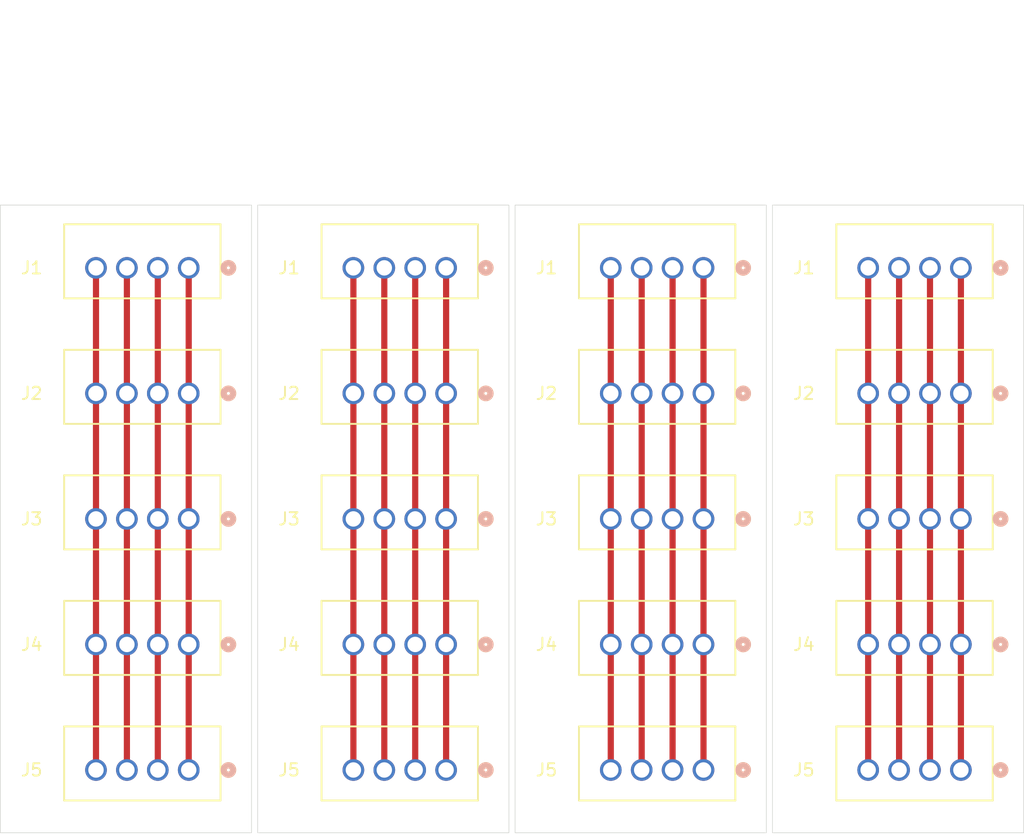
<source format=kicad_pcb>
(kicad_pcb (version 20240108) (generator "pcbnew") (generator_version "8.0")
  (layers (0 "F.Cu" signal) (31 "B.Cu" signal) (34 "B.Paste" user) (35 "F.Paste" user) (36 "B.SilkS" user "B.Silkscreen") (37 "F.SilkS" user "F.Silkscreen") (38 "B.Mask" user) (39 "F.Mask" user) (44 "Edge.Cuts" user))
  (net 0 "")
  (net 1 "+5V")
  (net 2 "Net-(J1-Pad4)")
  (net 3 "Net-(J1-Pad3)")
  (net 4 "GND")
  (footprint "Ivan Hawkes:CONN_B4B-XH-A_JST" (layer "F.Cu") (at 43.06 73.66)
    (property "Reference" "J5" (at -12.7 0 0) (layer "F.SilkS"))
    (property "Value" "B4B-XH-A")
    (fp_circle (center 3.2096 0) (end 3.5906 0) (stroke (width 0.508)) (fill none) (layer "B.SilkS"))
    (fp_line (start -10.0746 -3.527001) (end -10.0746 2.467399) (stroke (width 0.1524)) (layer "F.SilkS"))
    (fp_line (start -10.0746 2.467399) (end 2.5746 2.467399) (stroke (width 0.1524)) (layer "F.SilkS"))
    (fp_line (start 2.5746 -3.527001) (end -10.0746 -3.527001) (stroke (width 0.1524)) (layer "F.SilkS"))
    (fp_line (start 2.5746 2.467399) (end 2.5746 -3.527001) (stroke (width 0.1524)) (layer "F.SilkS"))
    (fp_circle (center 3.2096 0) (end 3.5906 0) (stroke (width 0.508)) (fill none) (layer "F.SilkS"))
    (pad "1" thru_hole circle (at 0 0) (size 1.7526 1.7526) (drill 1.2446) (layers "*.Cu" "*.Mask") (net 4 "GND"))
    (pad "2" thru_hole circle (at -2.5 0) (size 1.7526 1.7526) (drill 1.2446) (layers "*.Cu" "*.Mask") (net 1 "+5V"))
    (pad "3" thru_hole circle (at -5 0) (size 1.7526 1.7526) (drill 1.2446) (layers "*.Cu" "*.Mask") (net 3 "Net-(J1-Pad3)"))
    (pad "4" thru_hole circle (at -7.5 0) (size 1.7526 1.7526) (drill 1.2446) (layers "*.Cu" "*.Mask") (net 2 "Net-(J1-Pad4)"))
  )
  (footprint "Ivan Hawkes:CONN_B4B-XH-A_JST" (layer "F.Cu") (at 63.88 53.34)
    (property "Reference" "J3" (at -12.7 0 0) (layer "F.SilkS"))
    (property "Value" "B4B-XH-A" (hide yes))
    (fp_circle (center 3.2096 0) (end 3.5906 0) (stroke (width 0.508)) (fill none) (layer "B.SilkS"))
    (fp_line (start -10.0746 -3.527001) (end -10.0746 2.467399) (stroke (width 0.1524)) (layer "F.SilkS"))
    (fp_line (start -10.0746 2.467399) (end 2.5746 2.467399) (stroke (width 0.1524)) (layer "F.SilkS"))
    (fp_line (start 2.5746 -3.527001) (end -10.0746 -3.527001) (stroke (width 0.1524)) (layer "F.SilkS"))
    (fp_line (start 2.5746 2.467399) (end 2.5746 -3.527001) (stroke (width 0.1524)) (layer "F.SilkS"))
    (fp_circle (center 3.2096 0) (end 3.5906 0) (stroke (width 0.508)) (fill none) (layer "F.SilkS"))
    (pad "1" thru_hole circle (at 0 0) (size 1.7526 1.7526) (drill 1.2446) (layers "*.Cu" "*.Mask") (net 4 "GND"))
    (pad "2" thru_hole circle (at -2.5 0) (size 1.7526 1.7526) (drill 1.2446) (layers "*.Cu" "*.Mask") (net 1 "+5V"))
    (pad "3" thru_hole circle (at -5 0) (size 1.7526 1.7526) (drill 1.2446) (layers "*.Cu" "*.Mask") (net 3 "Net-(J1-Pad3)"))
    (pad "4" thru_hole circle (at -7.5 0) (size 1.7526 1.7526) (drill 1.2446) (layers "*.Cu" "*.Mask") (net 2 "Net-(J1-Pad4)"))
  )
  (footprint "Ivan Hawkes:CONN_B4B-XH-A_JST" (layer "F.Cu") (at 84.7 53.34)
    (property "Reference" "J3" (at -12.7 0 0) (layer "F.SilkS"))
    (property "Value" "B4B-XH-A" (hide yes))
    (fp_circle (center 3.2096 0) (end 3.5906 0) (stroke (width 0.508)) (fill none) (layer "B.SilkS"))
    (fp_line (start -10.0746 -3.527001) (end -10.0746 2.467399) (stroke (width 0.1524)) (layer "F.SilkS"))
    (fp_line (start -10.0746 2.467399) (end 2.5746 2.467399) (stroke (width 0.1524)) (layer "F.SilkS"))
    (fp_line (start 2.5746 -3.527001) (end -10.0746 -3.527001) (stroke (width 0.1524)) (layer "F.SilkS"))
    (fp_line (start 2.5746 2.467399) (end 2.5746 -3.527001) (stroke (width 0.1524)) (layer "F.SilkS"))
    (fp_circle (center 3.2096 0) (end 3.5906 0) (stroke (width 0.508)) (fill none) (layer "F.SilkS"))
    (pad "1" thru_hole circle (at 0 0) (size 1.7526 1.7526) (drill 1.2446) (layers "*.Cu" "*.Mask") (net 4 "GND"))
    (pad "2" thru_hole circle (at -2.5 0) (size 1.7526 1.7526) (drill 1.2446) (layers "*.Cu" "*.Mask") (net 1 "+5V"))
    (pad "3" thru_hole circle (at -5 0) (size 1.7526 1.7526) (drill 1.2446) (layers "*.Cu" "*.Mask") (net 3 "Net-(J1-Pad3)"))
    (pad "4" thru_hole circle (at -7.5 0) (size 1.7526 1.7526) (drill 1.2446) (layers "*.Cu" "*.Mask") (net 2 "Net-(J1-Pad4)"))
  )
  (footprint "Ivan Hawkes:CONN_B4B-XH-A_JST" (layer "F.Cu") (at 63.88 73.66)
    (property "Reference" "J5" (at -12.7 0 0) (layer "F.SilkS"))
    (property "Value" "B4B-XH-A")
    (fp_circle (center 3.2096 0) (end 3.5906 0) (stroke (width 0.508)) (fill none) (layer "B.SilkS"))
    (fp_line (start -10.0746 -3.527001) (end -10.0746 2.467399) (stroke (width 0.1524)) (layer "F.SilkS"))
    (fp_line (start -10.0746 2.467399) (end 2.5746 2.467399) (stroke (width 0.1524)) (layer "F.SilkS"))
    (fp_line (start 2.5746 -3.527001) (end -10.0746 -3.527001) (stroke (width 0.1524)) (layer "F.SilkS"))
    (fp_line (start 2.5746 2.467399) (end 2.5746 -3.527001) (stroke (width 0.1524)) (layer "F.SilkS"))
    (fp_circle (center 3.2096 0) (end 3.5906 0) (stroke (width 0.508)) (fill none) (layer "F.SilkS"))
    (pad "1" thru_hole circle (at 0 0) (size 1.7526 1.7526) (drill 1.2446) (layers "*.Cu" "*.Mask") (net 4 "GND"))
    (pad "2" thru_hole circle (at -2.5 0) (size 1.7526 1.7526) (drill 1.2446) (layers "*.Cu" "*.Mask") (net 1 "+5V"))
    (pad "3" thru_hole circle (at -5 0) (size 1.7526 1.7526) (drill 1.2446) (layers "*.Cu" "*.Mask") (net 3 "Net-(J1-Pad3)"))
    (pad "4" thru_hole circle (at -7.5 0) (size 1.7526 1.7526) (drill 1.2446) (layers "*.Cu" "*.Mask") (net 2 "Net-(J1-Pad4)"))
  )
  (footprint "Ivan Hawkes:CONN_B4B-XH-A_JST" (layer "F.Cu") (at 84.7 73.66)
    (property "Reference" "J5" (at -12.7 0 0) (layer "F.SilkS"))
    (property "Value" "B4B-XH-A")
    (fp_circle (center 3.2096 0) (end 3.5906 0) (stroke (width 0.508)) (fill none) (layer "B.SilkS"))
    (fp_line (start -10.0746 -3.527001) (end -10.0746 2.467399) (stroke (width 0.1524)) (layer "F.SilkS"))
    (fp_line (start -10.0746 2.467399) (end 2.5746 2.467399) (stroke (width 0.1524)) (layer "F.SilkS"))
    (fp_line (start 2.5746 -3.527001) (end -10.0746 -3.527001) (stroke (width 0.1524)) (layer "F.SilkS"))
    (fp_line (start 2.5746 2.467399) (end 2.5746 -3.527001) (stroke (width 0.1524)) (layer "F.SilkS"))
    (fp_circle (center 3.2096 0) (end 3.5906 0) (stroke (width 0.508)) (fill none) (layer "F.SilkS"))
    (pad "1" thru_hole circle (at 0 0) (size 1.7526 1.7526) (drill 1.2446) (layers "*.Cu" "*.Mask") (net 4 "GND"))
    (pad "2" thru_hole circle (at -2.5 0) (size 1.7526 1.7526) (drill 1.2446) (layers "*.Cu" "*.Mask") (net 1 "+5V"))
    (pad "3" thru_hole circle (at -5 0) (size 1.7526 1.7526) (drill 1.2446) (layers "*.Cu" "*.Mask") (net 3 "Net-(J1-Pad3)"))
    (pad "4" thru_hole circle (at -7.5 0) (size 1.7526 1.7526) (drill 1.2446) (layers "*.Cu" "*.Mask") (net 2 "Net-(J1-Pad4)"))
  )
  (footprint "Ivan Hawkes:CONN_B4B-XH-A_JST" (layer "F.Cu") (at 105.52 33.02)
    (property "Reference" "J1" (at -12.7 0 0) (layer "F.SilkS"))
    (property "Value" "B4B-XH-A")
    (fp_circle (center 3.2096 0) (end 3.5906 0) (stroke (width 0.508)) (fill none) (layer "B.SilkS"))
    (fp_line (start -10.0746 -3.527001) (end -10.0746 2.467399) (stroke (width 0.1524)) (layer "F.SilkS"))
    (fp_line (start -10.0746 2.467399) (end 2.5746 2.467399) (stroke (width 0.1524)) (layer "F.SilkS"))
    (fp_line (start 2.5746 -3.527001) (end -10.0746 -3.527001) (stroke (width 0.1524)) (layer "F.SilkS"))
    (fp_line (start 2.5746 2.467399) (end 2.5746 -3.527001) (stroke (width 0.1524)) (layer "F.SilkS"))
    (fp_circle (center 3.2096 0) (end 3.5906 0) (stroke (width 0.508)) (fill none) (layer "F.SilkS"))
    (pad "1" thru_hole circle (at 0 0) (size 1.7526 1.7526) (drill 1.2446) (layers "*.Cu" "*.Mask") (net 4 "GND"))
    (pad "2" thru_hole circle (at -2.5 0) (size 1.7526 1.7526) (drill 1.2446) (layers "*.Cu" "*.Mask") (net 1 "+5V"))
    (pad "3" thru_hole circle (at -5 0) (size 1.7526 1.7526) (drill 1.2446) (layers "*.Cu" "*.Mask") (net 3 "Net-(J1-Pad3)"))
    (pad "4" thru_hole circle (at -7.5 0) (size 1.7526 1.7526) (drill 1.2446) (layers "*.Cu" "*.Mask") (net 2 "Net-(J1-Pad4)"))
  )
  (footprint "Ivan Hawkes:CONN_B4B-XH-A_JST" (layer "F.Cu") (at 84.7 63.5)
    (property "Reference" "J4" (at -12.7 0 0) (layer "F.SilkS"))
    (property "Value" "B4B-XH-A" (hide yes))
    (fp_circle (center 3.2096 0) (end 3.5906 0) (stroke (width 0.508)) (fill none) (layer "B.SilkS"))
    (fp_line (start -10.0746 -3.527001) (end -10.0746 2.467399) (stroke (width 0.1524)) (layer "F.SilkS"))
    (fp_line (start -10.0746 2.467399) (end 2.5746 2.467399) (stroke (width 0.1524)) (layer "F.SilkS"))
    (fp_line (start 2.5746 -3.527001) (end -10.0746 -3.527001) (stroke (width 0.1524)) (layer "F.SilkS"))
    (fp_line (start 2.5746 2.467399) (end 2.5746 -3.527001) (stroke (width 0.1524)) (layer "F.SilkS"))
    (fp_circle (center 3.2096 0) (end 3.5906 0) (stroke (width 0.508)) (fill none) (layer "F.SilkS"))
    (pad "1" thru_hole circle (at 0 0) (size 1.7526 1.7526) (drill 1.2446) (layers "*.Cu" "*.Mask") (net 4 "GND"))
    (pad "2" thru_hole circle (at -2.5 0) (size 1.7526 1.7526) (drill 1.2446) (layers "*.Cu" "*.Mask") (net 1 "+5V"))
    (pad "3" thru_hole circle (at -5 0) (size 1.7526 1.7526) (drill 1.2446) (layers "*.Cu" "*.Mask") (net 3 "Net-(J1-Pad3)"))
    (pad "4" thru_hole circle (at -7.5 0) (size 1.7526 1.7526) (drill 1.2446) (layers "*.Cu" "*.Mask") (net 2 "Net-(J1-Pad4)"))
  )
  (footprint "Ivan Hawkes:CONN_B4B-XH-A_JST" (layer "F.Cu") (at 63.88 33.02)
    (property "Reference" "J1" (at -12.7 0 0) (layer "F.SilkS"))
    (property "Value" "B4B-XH-A")
    (fp_circle (center 3.2096 0) (end 3.5906 0) (stroke (width 0.508)) (fill none) (layer "B.SilkS"))
    (fp_line (start -10.0746 -3.527001) (end -10.0746 2.467399) (stroke (width 0.1524)) (layer "F.SilkS"))
    (fp_line (start -10.0746 2.467399) (end 2.5746 2.467399) (stroke (width 0.1524)) (layer "F.SilkS"))
    (fp_line (start 2.5746 -3.527001) (end -10.0746 -3.527001) (stroke (width 0.1524)) (layer "F.SilkS"))
    (fp_line (start 2.5746 2.467399) (end 2.5746 -3.527001) (stroke (width 0.1524)) (layer "F.SilkS"))
    (fp_circle (center 3.2096 0) (end 3.5906 0) (stroke (width 0.508)) (fill none) (layer "F.SilkS"))
    (pad "1" thru_hole circle (at 0 0) (size 1.7526 1.7526) (drill 1.2446) (layers "*.Cu" "*.Mask") (net 4 "GND"))
    (pad "2" thru_hole circle (at -2.5 0) (size 1.7526 1.7526) (drill 1.2446) (layers "*.Cu" "*.Mask") (net 1 "+5V"))
    (pad "3" thru_hole circle (at -5 0) (size 1.7526 1.7526) (drill 1.2446) (layers "*.Cu" "*.Mask") (net 3 "Net-(J1-Pad3)"))
    (pad "4" thru_hole circle (at -7.5 0) (size 1.7526 1.7526) (drill 1.2446) (layers "*.Cu" "*.Mask") (net 2 "Net-(J1-Pad4)"))
  )
  (footprint "Ivan Hawkes:CONN_B4B-XH-A_JST" (layer "F.Cu") (at 105.52 73.66)
    (property "Reference" "J5" (at -12.7 0 0) (layer "F.SilkS"))
    (property "Value" "B4B-XH-A")
    (fp_circle (center 3.2096 0) (end 3.5906 0) (stroke (width 0.508)) (fill none) (layer "B.SilkS"))
    (fp_line (start -10.0746 -3.527001) (end -10.0746 2.467399) (stroke (width 0.1524)) (layer "F.SilkS"))
    (fp_line (start -10.0746 2.467399) (end 2.5746 2.467399) (stroke (width 0.1524)) (layer "F.SilkS"))
    (fp_line (start 2.5746 -3.527001) (end -10.0746 -3.527001) (stroke (width 0.1524)) (layer "F.SilkS"))
    (fp_line (start 2.5746 2.467399) (end 2.5746 -3.527001) (stroke (width 0.1524)) (layer "F.SilkS"))
    (fp_circle (center 3.2096 0) (end 3.5906 0) (stroke (width 0.508)) (fill none) (layer "F.SilkS"))
    (pad "1" thru_hole circle (at 0 0) (size 1.7526 1.7526) (drill 1.2446) (layers "*.Cu" "*.Mask") (net 4 "GND"))
    (pad "2" thru_hole circle (at -2.5 0) (size 1.7526 1.7526) (drill 1.2446) (layers "*.Cu" "*.Mask") (net 1 "+5V"))
    (pad "3" thru_hole circle (at -5 0) (size 1.7526 1.7526) (drill 1.2446) (layers "*.Cu" "*.Mask") (net 3 "Net-(J1-Pad3)"))
    (pad "4" thru_hole circle (at -7.5 0) (size 1.7526 1.7526) (drill 1.2446) (layers "*.Cu" "*.Mask") (net 2 "Net-(J1-Pad4)"))
  )
  (footprint "Ivan Hawkes:CONN_B4B-XH-A_JST" (layer "F.Cu") (at 43.06 43.18)
    (property "Reference" "J2" (at -12.7 0 0) (layer "F.SilkS"))
    (property "Value" "B4B-XH-A")
    (fp_circle (center 3.2096 0) (end 3.5906 0) (stroke (width 0.508)) (fill none) (layer "B.SilkS"))
    (fp_line (start -10.0746 -3.527001) (end -10.0746 2.467399) (stroke (width 0.1524)) (layer "F.SilkS"))
    (fp_line (start -10.0746 2.467399) (end 2.5746 2.467399) (stroke (width 0.1524)) (layer "F.SilkS"))
    (fp_line (start 2.5746 -3.527001) (end -10.0746 -3.527001) (stroke (width 0.1524)) (layer "F.SilkS"))
    (fp_line (start 2.5746 2.467399) (end 2.5746 -3.527001) (stroke (width 0.1524)) (layer "F.SilkS"))
    (fp_circle (center 3.2096 0) (end 3.5906 0) (stroke (width 0.508)) (fill none) (layer "F.SilkS"))
    (pad "1" thru_hole circle (at 0 0) (size 1.7526 1.7526) (drill 1.2446) (layers "*.Cu" "*.Mask") (net 4 "GND"))
    (pad "2" thru_hole circle (at -2.5 0) (size 1.7526 1.7526) (drill 1.2446) (layers "*.Cu" "*.Mask") (net 1 "+5V"))
    (pad "3" thru_hole circle (at -5 0) (size 1.7526 1.7526) (drill 1.2446) (layers "*.Cu" "*.Mask") (net 3 "Net-(J1-Pad3)"))
    (pad "4" thru_hole circle (at -7.5 0) (size 1.7526 1.7526) (drill 1.2446) (layers "*.Cu" "*.Mask") (net 2 "Net-(J1-Pad4)"))
  )
  (footprint "Ivan Hawkes:CONN_B4B-XH-A_JST" (layer "F.Cu") (at 43.06 33.02)
    (property "Reference" "J1" (at -12.7 0 0) (layer "F.SilkS"))
    (property "Value" "B4B-XH-A")
    (fp_circle (center 3.2096 0) (end 3.5906 0) (stroke (width 0.508)) (fill none) (layer "B.SilkS"))
    (fp_line (start -10.0746 -3.527001) (end -10.0746 2.467399) (stroke (width 0.1524)) (layer "F.SilkS"))
    (fp_line (start -10.0746 2.467399) (end 2.5746 2.467399) (stroke (width 0.1524)) (layer "F.SilkS"))
    (fp_line (start 2.5746 -3.527001) (end -10.0746 -3.527001) (stroke (width 0.1524)) (layer "F.SilkS"))
    (fp_line (start 2.5746 2.467399) (end 2.5746 -3.527001) (stroke (width 0.1524)) (layer "F.SilkS"))
    (fp_circle (center 3.2096 0) (end 3.5906 0) (stroke (width 0.508)) (fill none) (layer "F.SilkS"))
    (pad "1" thru_hole circle (at 0 0) (size 1.7526 1.7526) (drill 1.2446) (layers "*.Cu" "*.Mask") (net 4 "GND"))
    (pad "2" thru_hole circle (at -2.5 0) (size 1.7526 1.7526) (drill 1.2446) (layers "*.Cu" "*.Mask") (net 1 "+5V"))
    (pad "3" thru_hole circle (at -5 0) (size 1.7526 1.7526) (drill 1.2446) (layers "*.Cu" "*.Mask") (net 3 "Net-(J1-Pad3)"))
    (pad "4" thru_hole circle (at -7.5 0) (size 1.7526 1.7526) (drill 1.2446) (layers "*.Cu" "*.Mask") (net 2 "Net-(J1-Pad4)"))
  )
  (footprint "Ivan Hawkes:CONN_B4B-XH-A_JST" (layer "F.Cu") (at 84.7 33.02)
    (property "Reference" "J1" (at -12.7 0 0) (layer "F.SilkS"))
    (property "Value" "B4B-XH-A")
    (fp_circle (center 3.2096 0) (end 3.5906 0) (stroke (width 0.508)) (fill none) (layer "B.SilkS"))
    (fp_line (start -10.0746 -3.527001) (end -10.0746 2.467399) (stroke (width 0.1524)) (layer "F.SilkS"))
    (fp_line (start -10.0746 2.467399) (end 2.5746 2.467399) (stroke (width 0.1524)) (layer "F.SilkS"))
    (fp_line (start 2.5746 -3.527001) (end -10.0746 -3.527001) (stroke (width 0.1524)) (layer "F.SilkS"))
    (fp_line (start 2.5746 2.467399) (end 2.5746 -3.527001) (stroke (width 0.1524)) (layer "F.SilkS"))
    (fp_circle (center 3.2096 0) (end 3.5906 0) (stroke (width 0.508)) (fill none) (layer "F.SilkS"))
    (pad "1" thru_hole circle (at 0 0) (size 1.7526 1.7526) (drill 1.2446) (layers "*.Cu" "*.Mask") (net 4 "GND"))
    (pad "2" thru_hole circle (at -2.5 0) (size 1.7526 1.7526) (drill 1.2446) (layers "*.Cu" "*.Mask") (net 1 "+5V"))
    (pad "3" thru_hole circle (at -5 0) (size 1.7526 1.7526) (drill 1.2446) (layers "*.Cu" "*.Mask") (net 3 "Net-(J1-Pad3)"))
    (pad "4" thru_hole circle (at -7.5 0) (size 1.7526 1.7526) (drill 1.2446) (layers "*.Cu" "*.Mask") (net 2 "Net-(J1-Pad4)"))
  )
  (footprint "Ivan Hawkes:CONN_B4B-XH-A_JST" (layer "F.Cu") (at 43.06 53.34)
    (property "Reference" "J3" (at -12.7 0 0) (layer "F.SilkS"))
    (property "Value" "B4B-XH-A" (hide yes))
    (fp_circle (center 3.2096 0) (end 3.5906 0) (stroke (width 0.508)) (fill none) (layer "B.SilkS"))
    (fp_line (start -10.0746 -3.527001) (end -10.0746 2.467399) (stroke (width 0.1524)) (layer "F.SilkS"))
    (fp_line (start -10.0746 2.467399) (end 2.5746 2.467399) (stroke (width 0.1524)) (layer "F.SilkS"))
    (fp_line (start 2.5746 -3.527001) (end -10.0746 -3.527001) (stroke (width 0.1524)) (layer "F.SilkS"))
    (fp_line (start 2.5746 2.467399) (end 2.5746 -3.527001) (stroke (width 0.1524)) (layer "F.SilkS"))
    (fp_circle (center 3.2096 0) (end 3.5906 0) (stroke (width 0.508)) (fill none) (layer "F.SilkS"))
    (pad "1" thru_hole circle (at 0 0) (size 1.7526 1.7526) (drill 1.2446) (layers "*.Cu" "*.Mask") (net 4 "GND"))
    (pad "2" thru_hole circle (at -2.5 0) (size 1.7526 1.7526) (drill 1.2446) (layers "*.Cu" "*.Mask") (net 1 "+5V"))
    (pad "3" thru_hole circle (at -5 0) (size 1.7526 1.7526) (drill 1.2446) (layers "*.Cu" "*.Mask") (net 3 "Net-(J1-Pad3)"))
    (pad "4" thru_hole circle (at -7.5 0) (size 1.7526 1.7526) (drill 1.2446) (layers "*.Cu" "*.Mask") (net 2 "Net-(J1-Pad4)"))
  )
  (footprint "Ivan Hawkes:CONN_B4B-XH-A_JST" (layer "F.Cu") (at 105.52 43.18)
    (property "Reference" "J2" (at -12.7 0 0) (layer "F.SilkS"))
    (property "Value" "B4B-XH-A")
    (fp_circle (center 3.2096 0) (end 3.5906 0) (stroke (width 0.508)) (fill none) (layer "B.SilkS"))
    (fp_line (start -10.0746 -3.527001) (end -10.0746 2.467399) (stroke (width 0.1524)) (layer "F.SilkS"))
    (fp_line (start -10.0746 2.467399) (end 2.5746 2.467399) (stroke (width 0.1524)) (layer "F.SilkS"))
    (fp_line (start 2.5746 -3.527001) (end -10.0746 -3.527001) (stroke (width 0.1524)) (layer "F.SilkS"))
    (fp_line (start 2.5746 2.467399) (end 2.5746 -3.527001) (stroke (width 0.1524)) (layer "F.SilkS"))
    (fp_circle (center 3.2096 0) (end 3.5906 0) (stroke (width 0.508)) (fill none) (layer "F.SilkS"))
    (pad "1" thru_hole circle (at 0 0) (size 1.7526 1.7526) (drill 1.2446) (layers "*.Cu" "*.Mask") (net 4 "GND"))
    (pad "2" thru_hole circle (at -2.5 0) (size 1.7526 1.7526) (drill 1.2446) (layers "*.Cu" "*.Mask") (net 1 "+5V"))
    (pad "3" thru_hole circle (at -5 0) (size 1.7526 1.7526) (drill 1.2446) (layers "*.Cu" "*.Mask") (net 3 "Net-(J1-Pad3)"))
    (pad "4" thru_hole circle (at -7.5 0) (size 1.7526 1.7526) (drill 1.2446) (layers "*.Cu" "*.Mask") (net 2 "Net-(J1-Pad4)"))
  )
  (footprint "Ivan Hawkes:CONN_B4B-XH-A_JST" (layer "F.Cu") (at 43.06 63.5)
    (property "Reference" "J4" (at -12.7 0 0) (layer "F.SilkS"))
    (property "Value" "B4B-XH-A" (hide yes))
    (fp_circle (center 3.2096 0) (end 3.5906 0) (stroke (width 0.508)) (fill none) (layer "B.SilkS"))
    (fp_line (start -10.0746 -3.527001) (end -10.0746 2.467399) (stroke (width 0.1524)) (layer "F.SilkS"))
    (fp_line (start -10.0746 2.467399) (end 2.5746 2.467399) (stroke (width 0.1524)) (layer "F.SilkS"))
    (fp_line (start 2.5746 -3.527001) (end -10.0746 -3.527001) (stroke (width 0.1524)) (layer "F.SilkS"))
    (fp_line (start 2.5746 2.467399) (end 2.5746 -3.527001) (stroke (width 0.1524)) (layer "F.SilkS"))
    (fp_circle (center 3.2096 0) (end 3.5906 0) (stroke (width 0.508)) (fill none) (layer "F.SilkS"))
    (pad "1" thru_hole circle (at 0 0) (size 1.7526 1.7526) (drill 1.2446) (layers "*.Cu" "*.Mask") (net 4 "GND"))
    (pad "2" thru_hole circle (at -2.5 0) (size 1.7526 1.7526) (drill 1.2446) (layers "*.Cu" "*.Mask") (net 1 "+5V"))
    (pad "3" thru_hole circle (at -5 0) (size 1.7526 1.7526) (drill 1.2446) (layers "*.Cu" "*.Mask") (net 3 "Net-(J1-Pad3)"))
    (pad "4" thru_hole circle (at -7.5 0) (size 1.7526 1.7526) (drill 1.2446) (layers "*.Cu" "*.Mask") (net 2 "Net-(J1-Pad4)"))
  )
  (footprint "Ivan Hawkes:CONN_B4B-XH-A_JST" (layer "F.Cu") (at 63.88 43.18)
    (property "Reference" "J2" (at -12.7 0 0) (layer "F.SilkS"))
    (property "Value" "B4B-XH-A")
    (fp_circle (center 3.2096 0) (end 3.5906 0) (stroke (width 0.508)) (fill none) (layer "B.SilkS"))
    (fp_line (start -10.0746 -3.527001) (end -10.0746 2.467399) (stroke (width 0.1524)) (layer "F.SilkS"))
    (fp_line (start -10.0746 2.467399) (end 2.5746 2.467399) (stroke (width 0.1524)) (layer "F.SilkS"))
    (fp_line (start 2.5746 -3.527001) (end -10.0746 -3.527001) (stroke (width 0.1524)) (layer "F.SilkS"))
    (fp_line (start 2.5746 2.467399) (end 2.5746 -3.527001) (stroke (width 0.1524)) (layer "F.SilkS"))
    (fp_circle (center 3.2096 0) (end 3.5906 0) (stroke (width 0.508)) (fill none) (layer "F.SilkS"))
    (pad "1" thru_hole circle (at 0 0) (size 1.7526 1.7526) (drill 1.2446) (layers "*.Cu" "*.Mask") (net 4 "GND"))
    (pad "2" thru_hole circle (at -2.5 0) (size 1.7526 1.7526) (drill 1.2446) (layers "*.Cu" "*.Mask") (net 1 "+5V"))
    (pad "3" thru_hole circle (at -5 0) (size 1.7526 1.7526) (drill 1.2446) (layers "*.Cu" "*.Mask") (net 3 "Net-(J1-Pad3)"))
    (pad "4" thru_hole circle (at -7.5 0) (size 1.7526 1.7526) (drill 1.2446) (layers "*.Cu" "*.Mask") (net 2 "Net-(J1-Pad4)"))
  )
  (footprint "Ivan Hawkes:CONN_B4B-XH-A_JST" (layer "F.Cu") (at 84.7 43.18)
    (property "Reference" "J2" (at -12.7 0 0) (layer "F.SilkS"))
    (property "Value" "B4B-XH-A")
    (fp_circle (center 3.2096 0) (end 3.5906 0) (stroke (width 0.508)) (fill none) (layer "B.SilkS"))
    (fp_line (start -10.0746 -3.527001) (end -10.0746 2.467399) (stroke (width 0.1524)) (layer "F.SilkS"))
    (fp_line (start -10.0746 2.467399) (end 2.5746 2.467399) (stroke (width 0.1524)) (layer "F.SilkS"))
    (fp_line (start 2.5746 -3.527001) (end -10.0746 -3.527001) (stroke (width 0.1524)) (layer "F.SilkS"))
    (fp_line (start 2.5746 2.467399) (end 2.5746 -3.527001) (stroke (width 0.1524)) (layer "F.SilkS"))
    (fp_circle (center 3.2096 0) (end 3.5906 0) (stroke (width 0.508)) (fill none) (layer "F.SilkS"))
    (pad "1" thru_hole circle (at 0 0) (size 1.7526 1.7526) (drill 1.2446) (layers "*.Cu" "*.Mask") (net 4 "GND"))
    (pad "2" thru_hole circle (at -2.5 0) (size 1.7526 1.7526) (drill 1.2446) (layers "*.Cu" "*.Mask") (net 1 "+5V"))
    (pad "3" thru_hole circle (at -5 0) (size 1.7526 1.7526) (drill 1.2446) (layers "*.Cu" "*.Mask") (net 3 "Net-(J1-Pad3)"))
    (pad "4" thru_hole circle (at -7.5 0) (size 1.7526 1.7526) (drill 1.2446) (layers "*.Cu" "*.Mask") (net 2 "Net-(J1-Pad4)"))
  )
  (footprint "Ivan Hawkes:CONN_B4B-XH-A_JST" (layer "F.Cu") (at 63.88 63.5)
    (property "Reference" "J4" (at -12.7 0 0) (layer "F.SilkS"))
    (property "Value" "B4B-XH-A" (hide yes))
    (fp_circle (center 3.2096 0) (end 3.5906 0) (stroke (width 0.508)) (fill none) (layer "B.SilkS"))
    (fp_line (start -10.0746 -3.527001) (end -10.0746 2.467399) (stroke (width 0.1524)) (layer "F.SilkS"))
    (fp_line (start -10.0746 2.467399) (end 2.5746 2.467399) (stroke (width 0.1524)) (layer "F.SilkS"))
    (fp_line (start 2.5746 -3.527001) (end -10.0746 -3.527001) (stroke (width 0.1524)) (layer "F.SilkS"))
    (fp_line (start 2.5746 2.467399) (end 2.5746 -3.527001) (stroke (width 0.1524)) (layer "F.SilkS"))
    (fp_circle (center 3.2096 0) (end 3.5906 0) (stroke (width 0.508)) (fill none) (layer "F.SilkS"))
    (pad "1" thru_hole circle (at 0 0) (size 1.7526 1.7526) (drill 1.2446) (layers "*.Cu" "*.Mask") (net 4 "GND"))
    (pad "2" thru_hole circle (at -2.5 0) (size 1.7526 1.7526) (drill 1.2446) (layers "*.Cu" "*.Mask") (net 1 "+5V"))
    (pad "3" thru_hole circle (at -5 0) (size 1.7526 1.7526) (drill 1.2446) (layers "*.Cu" "*.Mask") (net 3 "Net-(J1-Pad3)"))
    (pad "4" thru_hole circle (at -7.5 0) (size 1.7526 1.7526) (drill 1.2446) (layers "*.Cu" "*.Mask") (net 2 "Net-(J1-Pad4)"))
  )
  (footprint "Ivan Hawkes:CONN_B4B-XH-A_JST" (layer "F.Cu") (at 105.52 53.34)
    (property "Reference" "J3" (at -12.7 0 0) (layer "F.SilkS"))
    (property "Value" "B4B-XH-A" (hide yes))
    (fp_circle (center 3.2096 0) (end 3.5906 0) (stroke (width 0.508)) (fill none) (layer "B.SilkS"))
    (fp_line (start -10.0746 -3.527001) (end -10.0746 2.467399) (stroke (width 0.1524)) (layer "F.SilkS"))
    (fp_line (start -10.0746 2.467399) (end 2.5746 2.467399) (stroke (width 0.1524)) (layer "F.SilkS"))
    (fp_line (start 2.5746 -3.527001) (end -10.0746 -3.527001) (stroke (width 0.1524)) (layer "F.SilkS"))
    (fp_line (start 2.5746 2.467399) (end 2.5746 -3.527001) (stroke (width 0.1524)) (layer "F.SilkS"))
    (fp_circle (center 3.2096 0) (end 3.5906 0) (stroke (width 0.508)) (fill none) (layer "F.SilkS"))
    (pad "1" thru_hole circle (at 0 0) (size 1.7526 1.7526) (drill 1.2446) (layers "*.Cu" "*.Mask") (net 4 "GND"))
    (pad "2" thru_hole circle (at -2.5 0) (size 1.7526 1.7526) (drill 1.2446) (layers "*.Cu" "*.Mask") (net 1 "+5V"))
    (pad "3" thru_hole circle (at -5 0) (size 1.7526 1.7526) (drill 1.2446) (layers "*.Cu" "*.Mask") (net 3 "Net-(J1-Pad3)"))
    (pad "4" thru_hole circle (at -7.5 0) (size 1.7526 1.7526) (drill 1.2446) (layers "*.Cu" "*.Mask") (net 2 "Net-(J1-Pad4)"))
  )
  (footprint "Ivan Hawkes:CONN_B4B-XH-A_JST" (layer "F.Cu") (at 105.52 63.5)
    (property "Reference" "J4" (at -12.7 0 0) (layer "F.SilkS"))
    (property "Value" "B4B-XH-A" (hide yes))
    (fp_circle (center 3.2096 0) (end 3.5906 0) (stroke (width 0.508)) (fill none) (layer "B.SilkS"))
    (fp_line (start -10.0746 -3.527001) (end -10.0746 2.467399) (stroke (width 0.1524)) (layer "F.SilkS"))
    (fp_line (start -10.0746 2.467399) (end 2.5746 2.467399) (stroke (width 0.1524)) (layer "F.SilkS"))
    (fp_line (start 2.5746 -3.527001) (end -10.0746 -3.527001) (stroke (width 0.1524)) (layer "F.SilkS"))
    (fp_line (start 2.5746 2.467399) (end 2.5746 -3.527001) (stroke (width 0.1524)) (layer "F.SilkS"))
    (fp_circle (center 3.2096 0) (end 3.5906 0) (stroke (width 0.508)) (fill none) (layer "F.SilkS"))
    (pad "1" thru_hole circle (at 0 0) (size 1.7526 1.7526) (drill 1.2446) (layers "*.Cu" "*.Mask") (net 4 "GND"))
    (pad "2" thru_hole circle (at -2.5 0) (size 1.7526 1.7526) (drill 1.2446) (layers "*.Cu" "*.Mask") (net 1 "+5V"))
    (pad "3" thru_hole circle (at -5 0) (size 1.7526 1.7526) (drill 1.2446) (layers "*.Cu" "*.Mask") (net 3 "Net-(J1-Pad3)"))
    (pad "4" thru_hole circle (at -7.5 0) (size 1.7526 1.7526) (drill 1.2446) (layers "*.Cu" "*.Mask") (net 2 "Net-(J1-Pad4)"))
  )
  (gr_rect (start 90.28 27.94) (end 110.6 78.74) (stroke (width 0.05)) (fill none) (layer "Edge.Cuts"))
  (gr_rect (start 27.82 27.94) (end 48.14 78.74) (stroke (width 0.05)) (fill none) (layer "Edge.Cuts"))
  (gr_rect (start 69.46 27.94) (end 89.78 78.74) (stroke (width 0.05)) (fill none) (layer "Edge.Cuts"))
  (gr_rect (start 48.64 27.94) (end 68.96 78.74) (stroke (width 0.05)) (fill none) (layer "Edge.Cuts"))
  (segment (start 103.02 63.5) (end 103.02 73.66) (width 0.5) (layer "F.Cu") (net 1))
  (segment (start 103.02 43.18) (end 103.02 53.34) (width 0.5) (layer "F.Cu") (net 1))
  (segment (start 82.2 53.34) (end 82.2 63.5) (width 0.5) (layer "F.Cu") (net 1))
  (segment (start 82.2 43.18) (end 82.2 53.34) (width 0.5) (layer "F.Cu") (net 1))
  (segment (start 61.38 63.5) (end 61.38 73.66) (width 0.5) (layer "F.Cu") (net 1))
  (segment (start 61.38 53.34) (end 61.38 63.5) (width 0.5) (layer "F.Cu") (net 1))
  (segment (start 103.02 53.34) (end 103.02 63.5) (width 0.5) (layer "F.Cu") (net 1))
  (segment (start 40.56 43.18) (end 40.56 53.34) (width 0.5) (layer "F.Cu") (net 1))
  (segment (start 103.02 33.02) (end 103.02 43.18) (width 0.5) (layer "F.Cu") (net 1))
  (segment (start 82.2 33.02) (end 82.2 43.18) (width 0.5) (layer "F.Cu") (net 1))
  (segment (start 82.2 63.5) (end 82.2 73.66) (width 0.5) (layer "F.Cu") (net 1))
  (segment (start 40.56 53.34) (end 40.56 63.5) (width 0.5) (layer "F.Cu") (net 1))
  (segment (start 61.38 33.02) (end 61.38 43.18) (width 0.5) (layer "F.Cu") (net 1))
  (segment (start 61.38 43.18) (end 61.38 53.34) (width 0.5) (layer "F.Cu") (net 1))
  (segment (start 40.56 63.5) (end 40.56 73.66) (width 0.5) (layer "F.Cu") (net 1))
  (segment (start 40.56 33.02) (end 40.56 43.18) (width 0.5) (layer "F.Cu") (net 1))
  (segment (start 35.56 43.18) (end 35.56 53.34) (width 0.5) (layer "F.Cu") (net 2))
  (segment (start 98.02 43.18) (end 98.02 53.34) (width 0.5) (layer "F.Cu") (net 2))
  (segment (start 98.02 33.02) (end 98.02 43.18) (width 0.5) (layer "F.Cu") (net 2))
  (segment (start 98.02 53.34) (end 98.02 63.5) (width 0.5) (layer "F.Cu") (net 2))
  (segment (start 77.2 33.02) (end 77.2 43.18) (width 0.5) (layer "F.Cu") (net 2))
  (segment (start 77.2 43.18) (end 77.2 53.34) (width 0.5) (layer "F.Cu") (net 2))
  (segment (start 77.2 53.34) (end 77.2 63.5) (width 0.5) (layer "F.Cu") (net 2))
  (segment (start 77.2 63.5) (end 77.2 73.66) (width 0.5) (layer "F.Cu") (net 2))
  (segment (start 56.38 43.18) (end 56.38 53.34) (width 0.5) (layer "F.Cu") (net 2))
  (segment (start 35.56 63.5) (end 35.56 73.66) (width 0.5) (layer "F.Cu") (net 2))
  (segment (start 98.02 63.5) (end 98.02 73.66) (width 0.5) (layer "F.Cu") (net 2))
  (segment (start 35.56 33.02) (end 35.56 43.18) (width 0.5) (layer "F.Cu") (net 2))
  (segment (start 56.38 53.34) (end 56.38 63.5) (width 0.5) (layer "F.Cu") (net 2))
  (segment (start 56.38 63.5) (end 56.38 73.66) (width 0.5) (layer "F.Cu") (net 2))
  (segment (start 35.56 53.34) (end 35.56 63.5) (width 0.5) (layer "F.Cu") (net 2))
  (segment (start 56.38 33.02) (end 56.38 43.18) (width 0.5) (layer "F.Cu") (net 2))
  (segment (start 38.06 53.34) (end 38.06 63.5) (width 0.5) (layer "F.Cu") (net 3))
  (segment (start 38.06 33.02) (end 38.06 43.18) (width 0.5) (layer "F.Cu") (net 3))
  (segment (start 100.52 53.34) (end 100.52 63.5) (width 0.5) (layer "F.Cu") (net 3))
  (segment (start 79.7 63.5) (end 79.7 73.66) (width 0.5) (layer "F.Cu") (net 3))
  (segment (start 58.88 53.34) (end 58.88 63.5) (width 0.5) (layer "F.Cu") (net 3))
  (segment (start 58.88 63.5) (end 58.88 73.66) (width 0.5) (layer "F.Cu") (net 3))
  (segment (start 100.52 33.02) (end 100.52 43.18) (width 0.5) (layer "F.Cu") (net 3))
  (segment (start 79.7 43.18) (end 79.7 53.34) (width 0.5) (layer "F.Cu") (net 3))
  (segment (start 38.06 43.18) (end 38.06 53.34) (width 0.5) (layer "F.Cu") (net 3))
  (segment (start 58.88 43.18) (end 58.88 53.34) (width 0.5) (layer "F.Cu") (net 3))
  (segment (start 79.7 53.34) (end 79.7 63.5) (width 0.5) (layer "F.Cu") (net 3))
  (segment (start 58.88 33.02) (end 58.88 43.18) (width 0.5) (layer "F.Cu") (net 3))
  (segment (start 79.7 33.02) (end 79.7 43.18) (width 0.5) (layer "F.Cu") (net 3))
  (segment (start 100.52 63.5) (end 100.52 73.66) (width 0.5) (layer "F.Cu") (net 3))
  (segment (start 38.06 63.5) (end 38.06 73.66) (width 0.5) (layer "F.Cu") (net 3))
  (segment (start 100.52 43.18) (end 100.52 53.34) (width 0.5) (layer "F.Cu") (net 3))
  (segment (start 63.88 43.18) (end 63.88 53.34) (width 0.5) (layer "F.Cu") (net 4))
  (segment (start 43.06 63.5) (end 43.06 73.66) (width 0.5) (layer "F.Cu") (net 4))
  (segment (start 105.52 53.34) (end 105.52 63.5) (width 0.5) (layer "F.Cu") (net 4))
  (segment (start 43.06 43.18) (end 43.06 53.34) (width 0.5) (layer "F.Cu") (net 4))
  (segment (start 84.7 53.34) (end 84.7 63.5) (width 0.5) (layer "F.Cu") (net 4))
  (segment (start 63.88 33.02) (end 63.88 43.18) (width 0.5) (layer "F.Cu") (net 4))
  (segment (start 105.52 33.02) (end 105.52 43.18) (width 0.5) (layer "F.Cu") (net 4))
  (segment (start 105.52 63.5) (end 105.52 73.66) (width 0.5) (layer "F.Cu") (net 4))
  (segment (start 63.88 53.34) (end 63.88 63.5) (width 0.5) (layer "F.Cu") (net 4))
  (segment (start 84.7 43.18) (end 84.7 53.34) (width 0.5) (layer "F.Cu") (net 4))
  (segment (start 63.88 63.5) (end 63.88 73.66) (width 0.5) (layer "F.Cu") (net 4))
  (segment (start 84.7 63.5) (end 84.7 73.66) (width 0.5) (layer "F.Cu") (net 4))
  (segment (start 43.06 53.34) (end 43.06 63.5) (width 0.5) (layer "F.Cu") (net 4))
  (segment (start 43.06 33.02) (end 43.06 43.18) (width 0.5) (layer "F.Cu") (net 4))
  (segment (start 105.52 43.18) (end 105.52 53.34) (width 0.5) (layer "F.Cu") (net 4))
  (segment (start 84.7 33.02) (end 84.7 43.18) (width 0.5) (layer "F.Cu") (net 4))
)
</source>
